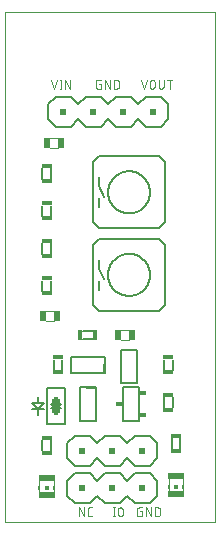
<source format=gto>
G04 EAGLE Gerber RS-274X export*
G75*
%MOMM*%
%FSLAX34Y34*%
%LPD*%
%INSilk top*%
%IPPOS*%
%AMOC8*
5,1,8,0,0,1.08239X$1,22.5*%
G01*
%ADD10C,0.076200*%
%ADD11C,0.101600*%
%ADD12R,0.500100X0.950000*%
%ADD13C,0.127000*%
%ADD14R,0.800000X1.200000*%
%ADD15R,0.300000X0.200000*%
%ADD16C,0.152400*%
%ADD17C,0.203200*%
%ADD18R,0.584200X0.457200*%
%ADD19R,0.406400X0.863600*%
%ADD20R,0.863600X0.406400*%
%ADD21R,0.508000X0.508000*%
%ADD22C,0.000000*%
%ADD23R,0.150000X0.300000*%
%ADD24R,0.300000X0.300000*%
%ADD25R,1.350000X0.600000*%


D10*
X114371Y9236D02*
X115598Y9236D01*
X115598Y5144D01*
X113143Y5144D01*
X113143Y5143D02*
X113065Y5145D01*
X112987Y5150D01*
X112910Y5160D01*
X112833Y5173D01*
X112757Y5189D01*
X112682Y5209D01*
X112608Y5233D01*
X112535Y5260D01*
X112463Y5291D01*
X112393Y5325D01*
X112325Y5362D01*
X112258Y5403D01*
X112193Y5447D01*
X112131Y5493D01*
X112071Y5543D01*
X112013Y5595D01*
X111958Y5650D01*
X111906Y5708D01*
X111856Y5768D01*
X111810Y5830D01*
X111766Y5895D01*
X111725Y5962D01*
X111688Y6030D01*
X111654Y6100D01*
X111623Y6172D01*
X111596Y6245D01*
X111572Y6319D01*
X111552Y6394D01*
X111536Y6470D01*
X111523Y6547D01*
X111513Y6624D01*
X111508Y6702D01*
X111506Y6780D01*
X111506Y10873D01*
X111508Y10953D01*
X111514Y11033D01*
X111524Y11113D01*
X111537Y11192D01*
X111555Y11271D01*
X111576Y11348D01*
X111602Y11424D01*
X111631Y11499D01*
X111663Y11573D01*
X111699Y11645D01*
X111739Y11715D01*
X111782Y11782D01*
X111828Y11848D01*
X111878Y11911D01*
X111930Y11972D01*
X111985Y12031D01*
X112044Y12086D01*
X112104Y12138D01*
X112168Y12188D01*
X112234Y12234D01*
X112301Y12277D01*
X112371Y12317D01*
X112443Y12353D01*
X112517Y12385D01*
X112591Y12414D01*
X112668Y12440D01*
X112745Y12461D01*
X112824Y12479D01*
X112903Y12492D01*
X112983Y12502D01*
X113063Y12508D01*
X113143Y12510D01*
X115598Y12510D01*
X119309Y12510D02*
X119309Y5144D01*
X123401Y5144D02*
X119309Y12510D01*
X123401Y12510D02*
X123401Y5144D01*
X127112Y5144D02*
X127112Y12510D01*
X129158Y12510D01*
X129158Y12509D02*
X129247Y12507D01*
X129336Y12501D01*
X129425Y12491D01*
X129513Y12478D01*
X129601Y12461D01*
X129688Y12439D01*
X129773Y12414D01*
X129858Y12386D01*
X129941Y12353D01*
X130023Y12317D01*
X130103Y12278D01*
X130181Y12235D01*
X130257Y12189D01*
X130332Y12139D01*
X130404Y12086D01*
X130473Y12030D01*
X130540Y11971D01*
X130605Y11910D01*
X130666Y11845D01*
X130725Y11778D01*
X130781Y11709D01*
X130834Y11637D01*
X130884Y11562D01*
X130930Y11486D01*
X130973Y11408D01*
X131012Y11328D01*
X131048Y11246D01*
X131081Y11163D01*
X131109Y11078D01*
X131134Y10993D01*
X131156Y10906D01*
X131173Y10818D01*
X131186Y10730D01*
X131196Y10641D01*
X131202Y10552D01*
X131204Y10463D01*
X131204Y7190D01*
X131202Y7101D01*
X131196Y7012D01*
X131186Y6923D01*
X131173Y6835D01*
X131156Y6747D01*
X131134Y6660D01*
X131109Y6575D01*
X131081Y6490D01*
X131048Y6407D01*
X131012Y6325D01*
X130973Y6245D01*
X130930Y6167D01*
X130884Y6091D01*
X130834Y6016D01*
X130781Y5944D01*
X130725Y5875D01*
X130666Y5808D01*
X130605Y5743D01*
X130540Y5682D01*
X130473Y5623D01*
X130404Y5567D01*
X130332Y5514D01*
X130257Y5464D01*
X130181Y5418D01*
X130103Y5375D01*
X130023Y5336D01*
X129941Y5300D01*
X129858Y5267D01*
X129773Y5239D01*
X129688Y5214D01*
X129601Y5192D01*
X129513Y5175D01*
X129425Y5162D01*
X129336Y5152D01*
X129247Y5146D01*
X129158Y5144D01*
X127112Y5144D01*
X91687Y5144D02*
X91687Y12510D01*
X90869Y5144D02*
X92505Y5144D01*
X92505Y12510D02*
X90869Y12510D01*
X95493Y10463D02*
X95493Y7190D01*
X95493Y10463D02*
X95495Y10552D01*
X95501Y10641D01*
X95511Y10730D01*
X95524Y10818D01*
X95541Y10906D01*
X95563Y10993D01*
X95588Y11078D01*
X95616Y11163D01*
X95649Y11246D01*
X95685Y11328D01*
X95724Y11408D01*
X95767Y11486D01*
X95813Y11562D01*
X95863Y11637D01*
X95916Y11709D01*
X95972Y11778D01*
X96031Y11845D01*
X96092Y11910D01*
X96157Y11971D01*
X96224Y12030D01*
X96293Y12086D01*
X96365Y12139D01*
X96440Y12189D01*
X96516Y12235D01*
X96594Y12278D01*
X96674Y12317D01*
X96756Y12353D01*
X96839Y12386D01*
X96924Y12414D01*
X97009Y12439D01*
X97096Y12461D01*
X97184Y12478D01*
X97272Y12491D01*
X97361Y12501D01*
X97450Y12507D01*
X97539Y12509D01*
X97628Y12507D01*
X97717Y12501D01*
X97806Y12491D01*
X97894Y12478D01*
X97982Y12461D01*
X98069Y12439D01*
X98154Y12414D01*
X98239Y12386D01*
X98322Y12353D01*
X98404Y12317D01*
X98484Y12278D01*
X98562Y12235D01*
X98638Y12189D01*
X98713Y12139D01*
X98785Y12086D01*
X98854Y12030D01*
X98921Y11971D01*
X98986Y11910D01*
X99047Y11845D01*
X99106Y11778D01*
X99162Y11709D01*
X99215Y11637D01*
X99265Y11562D01*
X99311Y11486D01*
X99354Y11408D01*
X99393Y11328D01*
X99429Y11246D01*
X99462Y11163D01*
X99490Y11078D01*
X99515Y10993D01*
X99537Y10906D01*
X99554Y10818D01*
X99567Y10730D01*
X99577Y10641D01*
X99583Y10552D01*
X99585Y10463D01*
X99585Y7190D01*
X99583Y7101D01*
X99577Y7012D01*
X99567Y6923D01*
X99554Y6835D01*
X99537Y6747D01*
X99515Y6660D01*
X99490Y6575D01*
X99462Y6490D01*
X99429Y6407D01*
X99393Y6325D01*
X99354Y6245D01*
X99311Y6167D01*
X99265Y6091D01*
X99215Y6016D01*
X99162Y5944D01*
X99106Y5875D01*
X99047Y5808D01*
X98986Y5743D01*
X98921Y5682D01*
X98854Y5623D01*
X98785Y5567D01*
X98713Y5514D01*
X98638Y5464D01*
X98562Y5418D01*
X98484Y5375D01*
X98404Y5336D01*
X98322Y5300D01*
X98239Y5267D01*
X98154Y5239D01*
X98069Y5214D01*
X97982Y5192D01*
X97894Y5175D01*
X97806Y5162D01*
X97717Y5152D01*
X97628Y5146D01*
X97539Y5144D01*
X97450Y5146D01*
X97361Y5152D01*
X97272Y5162D01*
X97184Y5175D01*
X97096Y5192D01*
X97009Y5214D01*
X96924Y5239D01*
X96839Y5267D01*
X96756Y5300D01*
X96674Y5336D01*
X96594Y5375D01*
X96516Y5418D01*
X96440Y5464D01*
X96365Y5514D01*
X96293Y5567D01*
X96224Y5623D01*
X96157Y5682D01*
X96092Y5743D01*
X96031Y5808D01*
X95972Y5875D01*
X95916Y5944D01*
X95863Y6016D01*
X95813Y6091D01*
X95767Y6167D01*
X95724Y6245D01*
X95685Y6325D01*
X95649Y6407D01*
X95616Y6490D01*
X95588Y6575D01*
X95563Y6660D01*
X95541Y6747D01*
X95524Y6835D01*
X95511Y6923D01*
X95501Y7012D01*
X95495Y7101D01*
X95493Y7190D01*
X62294Y5144D02*
X62294Y12510D01*
X66386Y5144D01*
X66386Y12510D01*
X71466Y5144D02*
X73103Y5144D01*
X71466Y5143D02*
X71388Y5145D01*
X71310Y5150D01*
X71233Y5160D01*
X71156Y5173D01*
X71080Y5189D01*
X71005Y5209D01*
X70931Y5233D01*
X70858Y5260D01*
X70786Y5291D01*
X70716Y5325D01*
X70648Y5362D01*
X70581Y5403D01*
X70516Y5447D01*
X70454Y5493D01*
X70394Y5543D01*
X70336Y5595D01*
X70281Y5650D01*
X70229Y5708D01*
X70179Y5768D01*
X70133Y5830D01*
X70089Y5895D01*
X70048Y5962D01*
X70011Y6030D01*
X69977Y6100D01*
X69946Y6172D01*
X69919Y6245D01*
X69895Y6319D01*
X69875Y6394D01*
X69859Y6470D01*
X69846Y6547D01*
X69836Y6624D01*
X69831Y6702D01*
X69829Y6780D01*
X69829Y10873D01*
X69831Y10953D01*
X69837Y11033D01*
X69847Y11113D01*
X69860Y11192D01*
X69878Y11271D01*
X69899Y11348D01*
X69925Y11424D01*
X69954Y11499D01*
X69986Y11573D01*
X70022Y11645D01*
X70062Y11715D01*
X70105Y11782D01*
X70151Y11848D01*
X70201Y11911D01*
X70253Y11972D01*
X70308Y12031D01*
X70367Y12086D01*
X70427Y12138D01*
X70491Y12188D01*
X70557Y12234D01*
X70624Y12277D01*
X70694Y12317D01*
X70766Y12353D01*
X70840Y12385D01*
X70914Y12414D01*
X70991Y12440D01*
X71068Y12461D01*
X71147Y12479D01*
X71226Y12492D01*
X71306Y12502D01*
X71386Y12508D01*
X71466Y12510D01*
X73103Y12510D01*
X40936Y367094D02*
X38481Y374460D01*
X43392Y374460D02*
X40936Y367094D01*
X46788Y367094D02*
X46788Y374460D01*
X45970Y367094D02*
X47607Y367094D01*
X47607Y374460D02*
X45970Y374460D01*
X50838Y374460D02*
X50838Y367094D01*
X54931Y367094D02*
X50838Y374460D01*
X54931Y374460D02*
X54931Y367094D01*
X79446Y371186D02*
X80673Y371186D01*
X80673Y367094D01*
X78218Y367094D01*
X78218Y367093D02*
X78140Y367095D01*
X78062Y367100D01*
X77985Y367110D01*
X77908Y367123D01*
X77832Y367139D01*
X77757Y367159D01*
X77683Y367183D01*
X77610Y367210D01*
X77538Y367241D01*
X77468Y367275D01*
X77400Y367312D01*
X77333Y367353D01*
X77268Y367397D01*
X77206Y367443D01*
X77146Y367493D01*
X77088Y367545D01*
X77033Y367600D01*
X76981Y367658D01*
X76931Y367718D01*
X76885Y367780D01*
X76841Y367845D01*
X76800Y367912D01*
X76763Y367980D01*
X76729Y368050D01*
X76698Y368122D01*
X76671Y368195D01*
X76647Y368269D01*
X76627Y368344D01*
X76611Y368420D01*
X76598Y368497D01*
X76588Y368574D01*
X76583Y368652D01*
X76581Y368730D01*
X76581Y372823D01*
X76583Y372903D01*
X76589Y372983D01*
X76599Y373063D01*
X76612Y373142D01*
X76630Y373221D01*
X76651Y373298D01*
X76677Y373374D01*
X76706Y373449D01*
X76738Y373523D01*
X76774Y373595D01*
X76814Y373665D01*
X76857Y373732D01*
X76903Y373798D01*
X76953Y373861D01*
X77005Y373922D01*
X77060Y373981D01*
X77119Y374036D01*
X77179Y374088D01*
X77243Y374138D01*
X77309Y374184D01*
X77376Y374227D01*
X77446Y374267D01*
X77518Y374303D01*
X77592Y374335D01*
X77666Y374364D01*
X77743Y374390D01*
X77820Y374411D01*
X77899Y374429D01*
X77978Y374442D01*
X78058Y374452D01*
X78138Y374458D01*
X78218Y374460D01*
X80673Y374460D01*
X84384Y374460D02*
X84384Y367094D01*
X88476Y367094D02*
X84384Y374460D01*
X88476Y374460D02*
X88476Y367094D01*
X92187Y367094D02*
X92187Y374460D01*
X94233Y374460D01*
X94233Y374459D02*
X94322Y374457D01*
X94411Y374451D01*
X94500Y374441D01*
X94588Y374428D01*
X94676Y374411D01*
X94763Y374389D01*
X94848Y374364D01*
X94933Y374336D01*
X95016Y374303D01*
X95098Y374267D01*
X95178Y374228D01*
X95256Y374185D01*
X95332Y374139D01*
X95407Y374089D01*
X95479Y374036D01*
X95548Y373980D01*
X95615Y373921D01*
X95680Y373860D01*
X95741Y373795D01*
X95800Y373728D01*
X95856Y373659D01*
X95909Y373587D01*
X95959Y373512D01*
X96005Y373436D01*
X96048Y373358D01*
X96087Y373278D01*
X96123Y373196D01*
X96156Y373113D01*
X96184Y373028D01*
X96209Y372943D01*
X96231Y372856D01*
X96248Y372768D01*
X96261Y372680D01*
X96271Y372591D01*
X96277Y372502D01*
X96279Y372413D01*
X96279Y369140D01*
X96277Y369051D01*
X96271Y368962D01*
X96261Y368873D01*
X96248Y368785D01*
X96231Y368697D01*
X96209Y368610D01*
X96184Y368525D01*
X96156Y368440D01*
X96123Y368357D01*
X96087Y368275D01*
X96048Y368195D01*
X96005Y368117D01*
X95959Y368041D01*
X95909Y367966D01*
X95856Y367894D01*
X95800Y367825D01*
X95741Y367758D01*
X95680Y367693D01*
X95615Y367632D01*
X95548Y367573D01*
X95479Y367517D01*
X95407Y367464D01*
X95332Y367414D01*
X95256Y367368D01*
X95178Y367325D01*
X95098Y367286D01*
X95016Y367250D01*
X94933Y367217D01*
X94848Y367189D01*
X94763Y367164D01*
X94676Y367142D01*
X94588Y367125D01*
X94500Y367112D01*
X94411Y367102D01*
X94322Y367096D01*
X94233Y367094D01*
X92187Y367094D01*
X114681Y374460D02*
X117136Y367094D01*
X119592Y374460D01*
X122405Y372413D02*
X122405Y369140D01*
X122406Y372413D02*
X122408Y372502D01*
X122414Y372591D01*
X122424Y372680D01*
X122437Y372768D01*
X122454Y372856D01*
X122476Y372943D01*
X122501Y373028D01*
X122529Y373113D01*
X122562Y373196D01*
X122598Y373278D01*
X122637Y373358D01*
X122680Y373436D01*
X122726Y373512D01*
X122776Y373587D01*
X122829Y373659D01*
X122885Y373728D01*
X122944Y373795D01*
X123005Y373860D01*
X123070Y373921D01*
X123137Y373980D01*
X123206Y374036D01*
X123278Y374089D01*
X123353Y374139D01*
X123429Y374185D01*
X123507Y374228D01*
X123587Y374267D01*
X123669Y374303D01*
X123752Y374336D01*
X123837Y374364D01*
X123922Y374389D01*
X124009Y374411D01*
X124097Y374428D01*
X124185Y374441D01*
X124274Y374451D01*
X124363Y374457D01*
X124452Y374459D01*
X124541Y374457D01*
X124630Y374451D01*
X124719Y374441D01*
X124807Y374428D01*
X124895Y374411D01*
X124982Y374389D01*
X125067Y374364D01*
X125152Y374336D01*
X125235Y374303D01*
X125317Y374267D01*
X125397Y374228D01*
X125475Y374185D01*
X125551Y374139D01*
X125626Y374089D01*
X125698Y374036D01*
X125767Y373980D01*
X125834Y373921D01*
X125899Y373860D01*
X125960Y373795D01*
X126019Y373728D01*
X126075Y373659D01*
X126128Y373587D01*
X126178Y373512D01*
X126224Y373436D01*
X126267Y373358D01*
X126306Y373278D01*
X126342Y373196D01*
X126375Y373113D01*
X126403Y373028D01*
X126428Y372943D01*
X126450Y372856D01*
X126467Y372768D01*
X126480Y372680D01*
X126490Y372591D01*
X126496Y372502D01*
X126498Y372413D01*
X126498Y369140D01*
X126496Y369051D01*
X126490Y368962D01*
X126480Y368873D01*
X126467Y368785D01*
X126450Y368697D01*
X126428Y368610D01*
X126403Y368525D01*
X126375Y368440D01*
X126342Y368357D01*
X126306Y368275D01*
X126267Y368195D01*
X126224Y368117D01*
X126178Y368041D01*
X126128Y367966D01*
X126075Y367894D01*
X126019Y367825D01*
X125960Y367758D01*
X125899Y367693D01*
X125834Y367632D01*
X125767Y367573D01*
X125698Y367517D01*
X125626Y367464D01*
X125551Y367414D01*
X125475Y367368D01*
X125397Y367325D01*
X125317Y367286D01*
X125235Y367250D01*
X125152Y367217D01*
X125067Y367189D01*
X124982Y367164D01*
X124895Y367142D01*
X124807Y367125D01*
X124719Y367112D01*
X124630Y367102D01*
X124541Y367096D01*
X124452Y367094D01*
X124363Y367096D01*
X124274Y367102D01*
X124185Y367112D01*
X124097Y367125D01*
X124009Y367142D01*
X123922Y367164D01*
X123837Y367189D01*
X123752Y367217D01*
X123669Y367250D01*
X123587Y367286D01*
X123507Y367325D01*
X123429Y367368D01*
X123353Y367414D01*
X123278Y367464D01*
X123206Y367517D01*
X123137Y367573D01*
X123070Y367632D01*
X123005Y367693D01*
X122944Y367758D01*
X122885Y367825D01*
X122829Y367894D01*
X122776Y367966D01*
X122726Y368041D01*
X122680Y368117D01*
X122637Y368195D01*
X122598Y368275D01*
X122562Y368357D01*
X122529Y368440D01*
X122501Y368525D01*
X122476Y368610D01*
X122454Y368697D01*
X122437Y368785D01*
X122424Y368873D01*
X122414Y368962D01*
X122408Y369051D01*
X122406Y369140D01*
X129964Y369140D02*
X129964Y374460D01*
X129965Y369140D02*
X129967Y369051D01*
X129973Y368962D01*
X129983Y368873D01*
X129996Y368785D01*
X130013Y368697D01*
X130035Y368610D01*
X130060Y368525D01*
X130088Y368440D01*
X130121Y368357D01*
X130157Y368275D01*
X130196Y368195D01*
X130239Y368117D01*
X130285Y368041D01*
X130335Y367966D01*
X130388Y367894D01*
X130444Y367825D01*
X130503Y367758D01*
X130564Y367693D01*
X130629Y367632D01*
X130696Y367573D01*
X130765Y367517D01*
X130837Y367464D01*
X130912Y367414D01*
X130988Y367368D01*
X131066Y367325D01*
X131146Y367286D01*
X131228Y367250D01*
X131311Y367217D01*
X131396Y367189D01*
X131481Y367164D01*
X131568Y367142D01*
X131656Y367125D01*
X131744Y367112D01*
X131833Y367102D01*
X131922Y367096D01*
X132011Y367094D01*
X132100Y367096D01*
X132189Y367102D01*
X132278Y367112D01*
X132366Y367125D01*
X132454Y367142D01*
X132541Y367164D01*
X132626Y367189D01*
X132711Y367217D01*
X132794Y367250D01*
X132876Y367286D01*
X132956Y367325D01*
X133034Y367368D01*
X133110Y367414D01*
X133185Y367464D01*
X133257Y367517D01*
X133326Y367573D01*
X133393Y367632D01*
X133458Y367693D01*
X133519Y367758D01*
X133578Y367825D01*
X133634Y367894D01*
X133687Y367966D01*
X133737Y368041D01*
X133783Y368117D01*
X133826Y368195D01*
X133865Y368275D01*
X133901Y368357D01*
X133934Y368440D01*
X133962Y368525D01*
X133987Y368610D01*
X134009Y368697D01*
X134026Y368785D01*
X134039Y368873D01*
X134049Y368962D01*
X134055Y369051D01*
X134057Y369140D01*
X134057Y374460D01*
X139082Y374460D02*
X139082Y367094D01*
X137036Y374460D02*
X141128Y374460D01*
D11*
X105160Y163070D02*
X98040Y163070D01*
X98040Y154560D02*
X105160Y154560D01*
D12*
X95719Y158801D03*
X107403Y158801D03*
D13*
X50363Y83425D02*
X35363Y83425D01*
X35363Y113425D01*
X50363Y113425D01*
X50363Y83425D01*
X32863Y95925D02*
X27863Y95925D01*
X22863Y95925D01*
X27863Y100925D02*
X32863Y100925D01*
X27863Y100925D02*
X22863Y100925D01*
X27863Y95925D01*
X32863Y100925D01*
X27863Y95925D02*
X27863Y90925D01*
X27863Y100925D02*
X27863Y105925D01*
X38418Y100330D02*
X47308Y100330D01*
X42863Y96520D02*
X38418Y100330D01*
X42863Y96520D02*
X47308Y100330D01*
X47308Y96520D02*
X38418Y96520D01*
D14*
X42863Y98425D03*
D15*
X42863Y105425D03*
X42863Y91425D03*
D16*
X63246Y85789D02*
X76454Y85789D01*
X63246Y85789D02*
X63246Y114237D01*
X76454Y114237D01*
X76454Y85789D01*
D17*
X76850Y108013D02*
X76850Y114013D01*
X68850Y114013D01*
X76850Y92013D02*
X76850Y86013D01*
X68850Y86013D01*
D16*
X99759Y114237D02*
X112967Y114237D01*
X112967Y85789D01*
X99759Y85789D01*
X99759Y114237D01*
D18*
X96330Y100013D03*
X116396Y109411D03*
X116396Y90615D03*
D16*
X111379Y117539D02*
X98171Y117539D01*
X98171Y145987D01*
X111379Y145987D01*
X111379Y117539D01*
D17*
X111775Y139763D02*
X111775Y145763D01*
X103775Y145763D01*
X111775Y123763D02*
X111775Y117763D01*
X103775Y117763D01*
D16*
X55626Y126746D02*
X55626Y139954D01*
X84074Y139954D01*
X84074Y126746D01*
X55626Y126746D01*
D17*
X77850Y126350D02*
X83850Y126350D01*
X83850Y134350D01*
X61850Y126350D02*
X55850Y126350D01*
X55850Y134350D01*
D16*
X65530Y162310D02*
X74170Y162310D01*
X74170Y155190D02*
X65530Y155190D01*
D19*
X63500Y158750D03*
X76200Y158750D03*
D16*
X141673Y105920D02*
X141673Y97280D01*
X134553Y97280D02*
X134553Y105920D01*
D20*
X138113Y107950D03*
X138113Y95250D03*
D16*
X141673Y129030D02*
X141673Y137670D01*
X134553Y137670D02*
X134553Y129030D01*
D20*
X138113Y139700D03*
X138113Y127000D03*
D16*
X40890Y129030D02*
X40890Y137670D01*
X48010Y137670D02*
X48010Y129030D01*
D20*
X44450Y127000D03*
X44450Y139700D03*
D17*
X109538Y73025D02*
X103188Y66675D01*
X109538Y73025D02*
X122238Y73025D01*
X128588Y66675D01*
X128588Y53975D02*
X122238Y47625D01*
X109538Y47625D01*
X103188Y53975D01*
X71438Y73025D02*
X58738Y73025D01*
X71438Y73025D02*
X77788Y66675D01*
X77788Y53975D02*
X71438Y47625D01*
X77788Y66675D02*
X84138Y73025D01*
X96838Y73025D01*
X103188Y66675D01*
X103188Y53975D02*
X96838Y47625D01*
X84138Y47625D01*
X77788Y53975D01*
X52388Y53975D02*
X52388Y66675D01*
X58738Y73025D01*
X52388Y53975D02*
X58738Y47625D01*
X71438Y47625D01*
X128588Y53975D02*
X128588Y66675D01*
D21*
X115888Y60325D03*
X90488Y60325D03*
X65088Y60325D03*
D22*
X0Y0D02*
X177800Y0D01*
X177800Y431800D01*
X0Y431800D01*
X0Y0D01*
D17*
X42863Y334963D02*
X55563Y334963D01*
X42863Y334963D02*
X36513Y341313D01*
X36513Y354013D02*
X42863Y360363D01*
X80963Y334963D02*
X87313Y341313D01*
X80963Y334963D02*
X68263Y334963D01*
X61913Y341313D01*
X61913Y354013D02*
X68263Y360363D01*
X80963Y360363D01*
X87313Y354013D01*
X61913Y341313D02*
X55563Y334963D01*
X61913Y354013D02*
X55563Y360363D01*
X42863Y360363D01*
X119063Y334963D02*
X131763Y334963D01*
X119063Y334963D02*
X112713Y341313D01*
X112713Y354013D02*
X119063Y360363D01*
X112713Y341313D02*
X106363Y334963D01*
X93663Y334963D01*
X87313Y341313D01*
X87313Y354013D02*
X93663Y360363D01*
X106363Y360363D01*
X112713Y354013D01*
X138113Y354013D02*
X138113Y341313D01*
X131763Y334963D01*
X138113Y354013D02*
X131763Y360363D01*
X119063Y360363D01*
X36513Y354013D02*
X36513Y341313D01*
D21*
X49213Y347663D03*
X74613Y347663D03*
X100013Y347663D03*
X125413Y347663D03*
D17*
X135255Y304800D02*
X135255Y289560D01*
X135255Y304800D02*
X130175Y309880D01*
X135255Y254000D02*
X130175Y248920D01*
X135255Y254000D02*
X135255Y269240D01*
X79375Y309880D02*
X74295Y304800D01*
X74295Y289560D01*
X74295Y254000D02*
X79375Y248920D01*
X74295Y254000D02*
X74295Y269240D01*
X126365Y248920D02*
X130175Y248920D01*
X83185Y248920D02*
X79375Y248920D01*
X79375Y309880D02*
X83185Y309880D01*
X126365Y309880D02*
X130175Y309880D01*
X126365Y309880D02*
X83185Y309880D01*
X83185Y248920D02*
X126365Y248920D01*
X135255Y269240D02*
X135255Y289380D01*
X74295Y289680D02*
X74295Y269240D01*
X79375Y284480D02*
X79375Y292100D01*
X79375Y274320D02*
X79375Y266700D01*
X83185Y275590D02*
X79375Y284480D01*
X86995Y279400D02*
X87000Y279836D01*
X87016Y280272D01*
X87043Y280708D01*
X87081Y281143D01*
X87129Y281576D01*
X87187Y282009D01*
X87257Y282440D01*
X87337Y282869D01*
X87427Y283296D01*
X87528Y283720D01*
X87639Y284142D01*
X87761Y284561D01*
X87892Y284977D01*
X88034Y285390D01*
X88186Y285799D01*
X88348Y286204D01*
X88520Y286605D01*
X88702Y287002D01*
X88893Y287394D01*
X89094Y287781D01*
X89305Y288164D01*
X89525Y288541D01*
X89754Y288912D01*
X89991Y289278D01*
X90238Y289638D01*
X90494Y289992D01*
X90758Y290339D01*
X91031Y290680D01*
X91312Y291013D01*
X91601Y291340D01*
X91898Y291660D01*
X92203Y291972D01*
X92515Y292277D01*
X92835Y292574D01*
X93162Y292863D01*
X93495Y293144D01*
X93836Y293417D01*
X94183Y293681D01*
X94537Y293937D01*
X94897Y294184D01*
X95263Y294421D01*
X95634Y294650D01*
X96011Y294870D01*
X96394Y295081D01*
X96781Y295282D01*
X97173Y295473D01*
X97570Y295655D01*
X97971Y295827D01*
X98376Y295989D01*
X98785Y296141D01*
X99198Y296283D01*
X99614Y296414D01*
X100033Y296536D01*
X100455Y296647D01*
X100879Y296748D01*
X101306Y296838D01*
X101735Y296918D01*
X102166Y296988D01*
X102599Y297046D01*
X103032Y297094D01*
X103467Y297132D01*
X103903Y297159D01*
X104339Y297175D01*
X104775Y297180D01*
X105211Y297175D01*
X105647Y297159D01*
X106083Y297132D01*
X106518Y297094D01*
X106951Y297046D01*
X107384Y296988D01*
X107815Y296918D01*
X108244Y296838D01*
X108671Y296748D01*
X109095Y296647D01*
X109517Y296536D01*
X109936Y296414D01*
X110352Y296283D01*
X110765Y296141D01*
X111174Y295989D01*
X111579Y295827D01*
X111980Y295655D01*
X112377Y295473D01*
X112769Y295282D01*
X113156Y295081D01*
X113539Y294870D01*
X113916Y294650D01*
X114287Y294421D01*
X114653Y294184D01*
X115013Y293937D01*
X115367Y293681D01*
X115714Y293417D01*
X116055Y293144D01*
X116388Y292863D01*
X116715Y292574D01*
X117035Y292277D01*
X117347Y291972D01*
X117652Y291660D01*
X117949Y291340D01*
X118238Y291013D01*
X118519Y290680D01*
X118792Y290339D01*
X119056Y289992D01*
X119312Y289638D01*
X119559Y289278D01*
X119796Y288912D01*
X120025Y288541D01*
X120245Y288164D01*
X120456Y287781D01*
X120657Y287394D01*
X120848Y287002D01*
X121030Y286605D01*
X121202Y286204D01*
X121364Y285799D01*
X121516Y285390D01*
X121658Y284977D01*
X121789Y284561D01*
X121911Y284142D01*
X122022Y283720D01*
X122123Y283296D01*
X122213Y282869D01*
X122293Y282440D01*
X122363Y282009D01*
X122421Y281576D01*
X122469Y281143D01*
X122507Y280708D01*
X122534Y280272D01*
X122550Y279836D01*
X122555Y279400D01*
X122550Y278964D01*
X122534Y278528D01*
X122507Y278092D01*
X122469Y277657D01*
X122421Y277224D01*
X122363Y276791D01*
X122293Y276360D01*
X122213Y275931D01*
X122123Y275504D01*
X122022Y275080D01*
X121911Y274658D01*
X121789Y274239D01*
X121658Y273823D01*
X121516Y273410D01*
X121364Y273001D01*
X121202Y272596D01*
X121030Y272195D01*
X120848Y271798D01*
X120657Y271406D01*
X120456Y271019D01*
X120245Y270636D01*
X120025Y270259D01*
X119796Y269888D01*
X119559Y269522D01*
X119312Y269162D01*
X119056Y268808D01*
X118792Y268461D01*
X118519Y268120D01*
X118238Y267787D01*
X117949Y267460D01*
X117652Y267140D01*
X117347Y266828D01*
X117035Y266523D01*
X116715Y266226D01*
X116388Y265937D01*
X116055Y265656D01*
X115714Y265383D01*
X115367Y265119D01*
X115013Y264863D01*
X114653Y264616D01*
X114287Y264379D01*
X113916Y264150D01*
X113539Y263930D01*
X113156Y263719D01*
X112769Y263518D01*
X112377Y263327D01*
X111980Y263145D01*
X111579Y262973D01*
X111174Y262811D01*
X110765Y262659D01*
X110352Y262517D01*
X109936Y262386D01*
X109517Y262264D01*
X109095Y262153D01*
X108671Y262052D01*
X108244Y261962D01*
X107815Y261882D01*
X107384Y261812D01*
X106951Y261754D01*
X106518Y261706D01*
X106083Y261668D01*
X105647Y261641D01*
X105211Y261625D01*
X104775Y261620D01*
X104339Y261625D01*
X103903Y261641D01*
X103467Y261668D01*
X103032Y261706D01*
X102599Y261754D01*
X102166Y261812D01*
X101735Y261882D01*
X101306Y261962D01*
X100879Y262052D01*
X100455Y262153D01*
X100033Y262264D01*
X99614Y262386D01*
X99198Y262517D01*
X98785Y262659D01*
X98376Y262811D01*
X97971Y262973D01*
X97570Y263145D01*
X97173Y263327D01*
X96781Y263518D01*
X96394Y263719D01*
X96011Y263930D01*
X95634Y264150D01*
X95263Y264379D01*
X94897Y264616D01*
X94537Y264863D01*
X94183Y265119D01*
X93836Y265383D01*
X93495Y265656D01*
X93162Y265937D01*
X92835Y266226D01*
X92515Y266523D01*
X92203Y266828D01*
X91898Y267140D01*
X91601Y267460D01*
X91312Y267787D01*
X91031Y268120D01*
X90758Y268461D01*
X90494Y268808D01*
X90238Y269162D01*
X89991Y269522D01*
X89754Y269888D01*
X89525Y270259D01*
X89305Y270636D01*
X89094Y271019D01*
X88893Y271406D01*
X88702Y271798D01*
X88520Y272195D01*
X88348Y272596D01*
X88186Y273001D01*
X88034Y273410D01*
X87892Y273823D01*
X87761Y274239D01*
X87639Y274658D01*
X87528Y275080D01*
X87427Y275504D01*
X87337Y275931D01*
X87257Y276360D01*
X87187Y276791D01*
X87129Y277224D01*
X87081Y277657D01*
X87043Y278092D01*
X87016Y278528D01*
X87000Y278964D01*
X86995Y279400D01*
D16*
X38485Y267845D02*
X38485Y259205D01*
X31365Y259205D02*
X31365Y267845D01*
D20*
X34925Y269875D03*
X34925Y257175D03*
D16*
X38485Y290955D02*
X38485Y299595D01*
X31365Y299595D02*
X31365Y290955D01*
D20*
X34925Y301625D03*
X34925Y288925D03*
D11*
X37715Y324995D02*
X44835Y324995D01*
X44835Y316485D02*
X37715Y316485D01*
D12*
X35394Y320726D03*
X47078Y320726D03*
D17*
X135255Y234950D02*
X135255Y219710D01*
X135255Y234950D02*
X130175Y240030D01*
X135255Y184150D02*
X130175Y179070D01*
X135255Y184150D02*
X135255Y199390D01*
X79375Y240030D02*
X74295Y234950D01*
X74295Y219710D01*
X74295Y184150D02*
X79375Y179070D01*
X74295Y184150D02*
X74295Y199390D01*
X126365Y179070D02*
X130175Y179070D01*
X83185Y179070D02*
X79375Y179070D01*
X79375Y240030D02*
X83185Y240030D01*
X126365Y240030D02*
X130175Y240030D01*
X126365Y240030D02*
X83185Y240030D01*
X83185Y179070D02*
X126365Y179070D01*
X135255Y199390D02*
X135255Y219530D01*
X74295Y219830D02*
X74295Y199390D01*
X79375Y214630D02*
X79375Y222250D01*
X79375Y204470D02*
X79375Y196850D01*
X83185Y205740D02*
X79375Y214630D01*
X86995Y209550D02*
X87000Y209986D01*
X87016Y210422D01*
X87043Y210858D01*
X87081Y211293D01*
X87129Y211726D01*
X87187Y212159D01*
X87257Y212590D01*
X87337Y213019D01*
X87427Y213446D01*
X87528Y213870D01*
X87639Y214292D01*
X87761Y214711D01*
X87892Y215127D01*
X88034Y215540D01*
X88186Y215949D01*
X88348Y216354D01*
X88520Y216755D01*
X88702Y217152D01*
X88893Y217544D01*
X89094Y217931D01*
X89305Y218314D01*
X89525Y218691D01*
X89754Y219062D01*
X89991Y219428D01*
X90238Y219788D01*
X90494Y220142D01*
X90758Y220489D01*
X91031Y220830D01*
X91312Y221163D01*
X91601Y221490D01*
X91898Y221810D01*
X92203Y222122D01*
X92515Y222427D01*
X92835Y222724D01*
X93162Y223013D01*
X93495Y223294D01*
X93836Y223567D01*
X94183Y223831D01*
X94537Y224087D01*
X94897Y224334D01*
X95263Y224571D01*
X95634Y224800D01*
X96011Y225020D01*
X96394Y225231D01*
X96781Y225432D01*
X97173Y225623D01*
X97570Y225805D01*
X97971Y225977D01*
X98376Y226139D01*
X98785Y226291D01*
X99198Y226433D01*
X99614Y226564D01*
X100033Y226686D01*
X100455Y226797D01*
X100879Y226898D01*
X101306Y226988D01*
X101735Y227068D01*
X102166Y227138D01*
X102599Y227196D01*
X103032Y227244D01*
X103467Y227282D01*
X103903Y227309D01*
X104339Y227325D01*
X104775Y227330D01*
X105211Y227325D01*
X105647Y227309D01*
X106083Y227282D01*
X106518Y227244D01*
X106951Y227196D01*
X107384Y227138D01*
X107815Y227068D01*
X108244Y226988D01*
X108671Y226898D01*
X109095Y226797D01*
X109517Y226686D01*
X109936Y226564D01*
X110352Y226433D01*
X110765Y226291D01*
X111174Y226139D01*
X111579Y225977D01*
X111980Y225805D01*
X112377Y225623D01*
X112769Y225432D01*
X113156Y225231D01*
X113539Y225020D01*
X113916Y224800D01*
X114287Y224571D01*
X114653Y224334D01*
X115013Y224087D01*
X115367Y223831D01*
X115714Y223567D01*
X116055Y223294D01*
X116388Y223013D01*
X116715Y222724D01*
X117035Y222427D01*
X117347Y222122D01*
X117652Y221810D01*
X117949Y221490D01*
X118238Y221163D01*
X118519Y220830D01*
X118792Y220489D01*
X119056Y220142D01*
X119312Y219788D01*
X119559Y219428D01*
X119796Y219062D01*
X120025Y218691D01*
X120245Y218314D01*
X120456Y217931D01*
X120657Y217544D01*
X120848Y217152D01*
X121030Y216755D01*
X121202Y216354D01*
X121364Y215949D01*
X121516Y215540D01*
X121658Y215127D01*
X121789Y214711D01*
X121911Y214292D01*
X122022Y213870D01*
X122123Y213446D01*
X122213Y213019D01*
X122293Y212590D01*
X122363Y212159D01*
X122421Y211726D01*
X122469Y211293D01*
X122507Y210858D01*
X122534Y210422D01*
X122550Y209986D01*
X122555Y209550D01*
X122550Y209114D01*
X122534Y208678D01*
X122507Y208242D01*
X122469Y207807D01*
X122421Y207374D01*
X122363Y206941D01*
X122293Y206510D01*
X122213Y206081D01*
X122123Y205654D01*
X122022Y205230D01*
X121911Y204808D01*
X121789Y204389D01*
X121658Y203973D01*
X121516Y203560D01*
X121364Y203151D01*
X121202Y202746D01*
X121030Y202345D01*
X120848Y201948D01*
X120657Y201556D01*
X120456Y201169D01*
X120245Y200786D01*
X120025Y200409D01*
X119796Y200038D01*
X119559Y199672D01*
X119312Y199312D01*
X119056Y198958D01*
X118792Y198611D01*
X118519Y198270D01*
X118238Y197937D01*
X117949Y197610D01*
X117652Y197290D01*
X117347Y196978D01*
X117035Y196673D01*
X116715Y196376D01*
X116388Y196087D01*
X116055Y195806D01*
X115714Y195533D01*
X115367Y195269D01*
X115013Y195013D01*
X114653Y194766D01*
X114287Y194529D01*
X113916Y194300D01*
X113539Y194080D01*
X113156Y193869D01*
X112769Y193668D01*
X112377Y193477D01*
X111980Y193295D01*
X111579Y193123D01*
X111174Y192961D01*
X110765Y192809D01*
X110352Y192667D01*
X109936Y192536D01*
X109517Y192414D01*
X109095Y192303D01*
X108671Y192202D01*
X108244Y192112D01*
X107815Y192032D01*
X107384Y191962D01*
X106951Y191904D01*
X106518Y191856D01*
X106083Y191818D01*
X105647Y191791D01*
X105211Y191775D01*
X104775Y191770D01*
X104339Y191775D01*
X103903Y191791D01*
X103467Y191818D01*
X103032Y191856D01*
X102599Y191904D01*
X102166Y191962D01*
X101735Y192032D01*
X101306Y192112D01*
X100879Y192202D01*
X100455Y192303D01*
X100033Y192414D01*
X99614Y192536D01*
X99198Y192667D01*
X98785Y192809D01*
X98376Y192961D01*
X97971Y193123D01*
X97570Y193295D01*
X97173Y193477D01*
X96781Y193668D01*
X96394Y193869D01*
X96011Y194080D01*
X95634Y194300D01*
X95263Y194529D01*
X94897Y194766D01*
X94537Y195013D01*
X94183Y195269D01*
X93836Y195533D01*
X93495Y195806D01*
X93162Y196087D01*
X92835Y196376D01*
X92515Y196673D01*
X92203Y196978D01*
X91898Y197290D01*
X91601Y197610D01*
X91312Y197937D01*
X91031Y198270D01*
X90758Y198611D01*
X90494Y198958D01*
X90238Y199312D01*
X89991Y199672D01*
X89754Y200038D01*
X89525Y200409D01*
X89305Y200786D01*
X89094Y201169D01*
X88893Y201556D01*
X88702Y201948D01*
X88520Y202345D01*
X88348Y202746D01*
X88186Y203151D01*
X88034Y203560D01*
X87892Y203973D01*
X87761Y204389D01*
X87639Y204808D01*
X87528Y205230D01*
X87427Y205654D01*
X87337Y206081D01*
X87257Y206510D01*
X87187Y206941D01*
X87129Y207374D01*
X87081Y207807D01*
X87043Y208242D01*
X87016Y208678D01*
X87000Y209114D01*
X86995Y209550D01*
D16*
X31365Y227455D02*
X31365Y236095D01*
X38485Y236095D02*
X38485Y227455D01*
D20*
X34925Y225425D03*
X34925Y238125D03*
D16*
X31365Y204345D02*
X31365Y195705D01*
X38485Y195705D02*
X38485Y204345D01*
D20*
X34925Y193675D03*
X34925Y206375D03*
D11*
X34540Y178945D02*
X41660Y178945D01*
X41660Y170435D02*
X34540Y170435D01*
D12*
X32219Y174676D03*
X43903Y174676D03*
D17*
X109538Y41275D02*
X103188Y34925D01*
X109538Y41275D02*
X122238Y41275D01*
X128588Y34925D01*
X128588Y22225D02*
X122238Y15875D01*
X109538Y15875D01*
X103188Y22225D01*
X71438Y41275D02*
X58738Y41275D01*
X71438Y41275D02*
X77788Y34925D01*
X77788Y22225D02*
X71438Y15875D01*
X77788Y34925D02*
X84138Y41275D01*
X96838Y41275D01*
X103188Y34925D01*
X103188Y22225D02*
X96838Y15875D01*
X84138Y15875D01*
X77788Y22225D01*
X52388Y22225D02*
X52388Y34925D01*
X58738Y41275D01*
X52388Y22225D02*
X58738Y15875D01*
X71438Y15875D01*
X128588Y22225D02*
X128588Y34925D01*
D21*
X115888Y28575D03*
X90488Y28575D03*
X65088Y28575D03*
D16*
X31365Y60768D02*
X31365Y69408D01*
X38485Y69408D02*
X38485Y60768D01*
D20*
X34925Y58738D03*
X34925Y71438D03*
D16*
X140903Y70995D02*
X140903Y62355D01*
X148023Y62355D02*
X148023Y70995D01*
D20*
X144463Y60325D03*
X144463Y73025D03*
D11*
X41175Y34663D02*
X41175Y25663D01*
X28675Y25663D02*
X28675Y34913D01*
D23*
X40925Y28663D03*
X28925Y28663D03*
D24*
X34925Y28663D03*
D25*
X34925Y22663D03*
X34925Y37663D03*
D11*
X150713Y36250D02*
X150713Y27250D01*
X138213Y27250D02*
X138213Y36500D01*
D23*
X150463Y30250D03*
X138463Y30250D03*
D24*
X144463Y30250D03*
D25*
X144463Y24250D03*
X144463Y39250D03*
M02*

</source>
